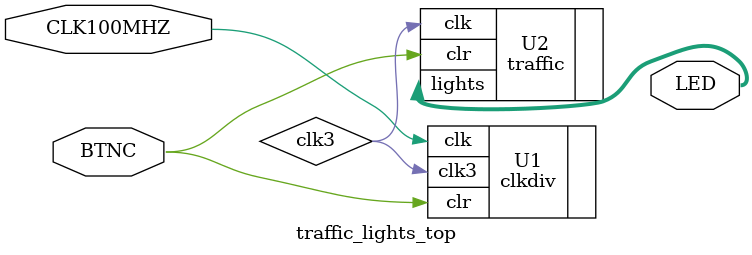
<source format=v>
`timescale 1ns / 1ps


module traffic_lights_top(
input wire CLK100MHZ, BTNC,
output wire [5:0] LED
    );
    wire clk3;
    clkdiv U1 (.clk(CLK100MHZ), .clr(BTNC), .clk3(clk3));
    traffic U2 (.clk(clk3), .clr(BTNC), .lights(LED));
endmodule

</source>
